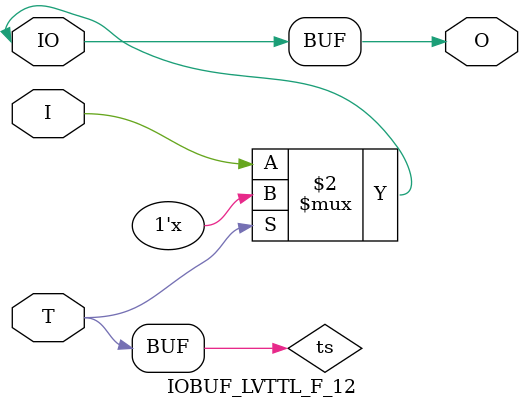
<source format=v>

/*

FUNCTION    : INPUT TRI-STATE OUTPUT BUFFER

*/

`celldefine
`timescale  100 ps / 10 ps

module IOBUF_LVTTL_F_12 (O, IO, I, T);

    output O;

    inout  IO;

    input  I, T;

    or O1 (ts, 1'b0, T);
    bufif0 T1 (IO, I, ts);

    buf B1 (O, IO);

endmodule

</source>
